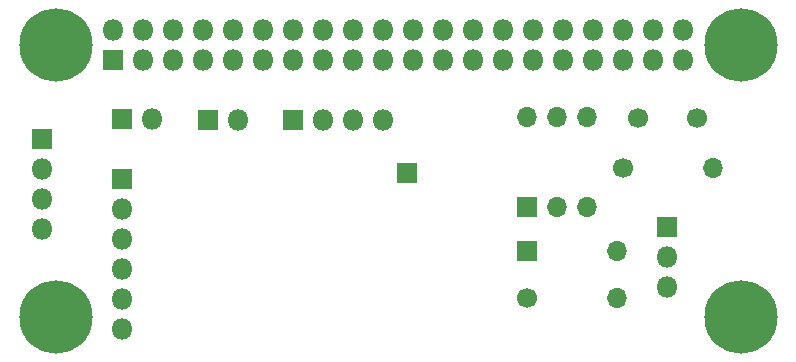
<source format=gbr>
%TF.GenerationSoftware,KiCad,Pcbnew,(5.1.6)-1*%
%TF.CreationDate,2025-04-15T16:12:06-04:00*%
%TF.ProjectId,MT32-zero-breakout,4d543332-2d7a-4657-926f-2d627265616b,rev?*%
%TF.SameCoordinates,Original*%
%TF.FileFunction,Soldermask,Top*%
%TF.FilePolarity,Negative*%
%FSLAX46Y46*%
G04 Gerber Fmt 4.6, Leading zero omitted, Abs format (unit mm)*
G04 Created by KiCad (PCBNEW (5.1.6)-1) date 2025-04-15 16:12:06*
%MOMM*%
%LPD*%
G01*
G04 APERTURE LIST*
%ADD10C,6.200000*%
%ADD11R,1.800000X1.800000*%
%ADD12O,1.800000X1.800000*%
%ADD13C,1.700000*%
%ADD14R,1.700000X1.700000*%
%ADD15O,1.700000X1.700000*%
G04 APERTURE END LIST*
D10*
%TO.C,*%
X179537000Y-95513500D03*
%TD*%
%TO.C,*%
X121537000Y-95513500D03*
%TD*%
%TO.C,*%
X121537000Y-72513500D03*
%TD*%
%TO.C,*%
X179537000Y-72513500D03*
%TD*%
D11*
%TO.C,J1*%
X126428500Y-73787000D03*
D12*
X126428500Y-71247000D03*
X128968500Y-73787000D03*
X128968500Y-71247000D03*
X131508500Y-73787000D03*
X131508500Y-71247000D03*
X134048500Y-73787000D03*
X134048500Y-71247000D03*
X136588500Y-73787000D03*
X136588500Y-71247000D03*
X139128500Y-73787000D03*
X139128500Y-71247000D03*
X141668500Y-73787000D03*
X141668500Y-71247000D03*
X144208500Y-73787000D03*
X144208500Y-71247000D03*
X146748500Y-73787000D03*
X146748500Y-71247000D03*
X149288500Y-73787000D03*
X149288500Y-71247000D03*
X151828500Y-73787000D03*
X151828500Y-71247000D03*
X154368500Y-73787000D03*
X154368500Y-71247000D03*
X156908500Y-73787000D03*
X156908500Y-71247000D03*
X159448500Y-73787000D03*
X159448500Y-71247000D03*
X161988500Y-73787000D03*
X161988500Y-71247000D03*
X164528500Y-73787000D03*
X164528500Y-71247000D03*
X167068500Y-73787000D03*
X167068500Y-71247000D03*
X169608500Y-73787000D03*
X169608500Y-71247000D03*
X172148500Y-73787000D03*
X172148500Y-71247000D03*
X174688500Y-73787000D03*
X174688500Y-71247000D03*
%TD*%
D11*
%TO.C,J2*%
X127190500Y-83820000D03*
D12*
X127190500Y-86360000D03*
X127190500Y-88900000D03*
X127190500Y-91440000D03*
X127190500Y-93980000D03*
X127190500Y-96520000D03*
%TD*%
D11*
%TO.C,J3*%
X151320500Y-83312000D03*
%TD*%
D13*
%TO.C,C1*%
X170815000Y-78676500D03*
X175815000Y-78676500D03*
%TD*%
D14*
%TO.C,D1*%
X161480500Y-89916000D03*
D15*
X169100500Y-89916000D03*
%TD*%
D11*
%TO.C,J4*%
X120396000Y-80454500D03*
D12*
X120396000Y-82994500D03*
X120396000Y-85534500D03*
X120396000Y-88074500D03*
%TD*%
D11*
%TO.C,J5*%
X127127000Y-78803500D03*
D12*
X129667000Y-78803500D03*
%TD*%
%TO.C,J6*%
X136969500Y-78867000D03*
D11*
X134429500Y-78867000D03*
%TD*%
D12*
%TO.C,J7*%
X149288500Y-78867000D03*
X146748500Y-78867000D03*
X144208500Y-78867000D03*
D11*
X141668500Y-78867000D03*
%TD*%
%TO.C,J8*%
X173291500Y-87947500D03*
D12*
X173291500Y-90487500D03*
X173291500Y-93027500D03*
%TD*%
D13*
%TO.C,R1*%
X169545000Y-82931000D03*
D15*
X177165000Y-82931000D03*
%TD*%
%TO.C,R2*%
X169100500Y-93916500D03*
D13*
X161480500Y-93916500D03*
%TD*%
D14*
%TO.C,U1*%
X161480500Y-86233000D03*
D15*
X166560500Y-78613000D03*
X164020500Y-86233000D03*
X164020500Y-78613000D03*
X166560500Y-86233000D03*
X161480500Y-78613000D03*
%TD*%
M02*

</source>
